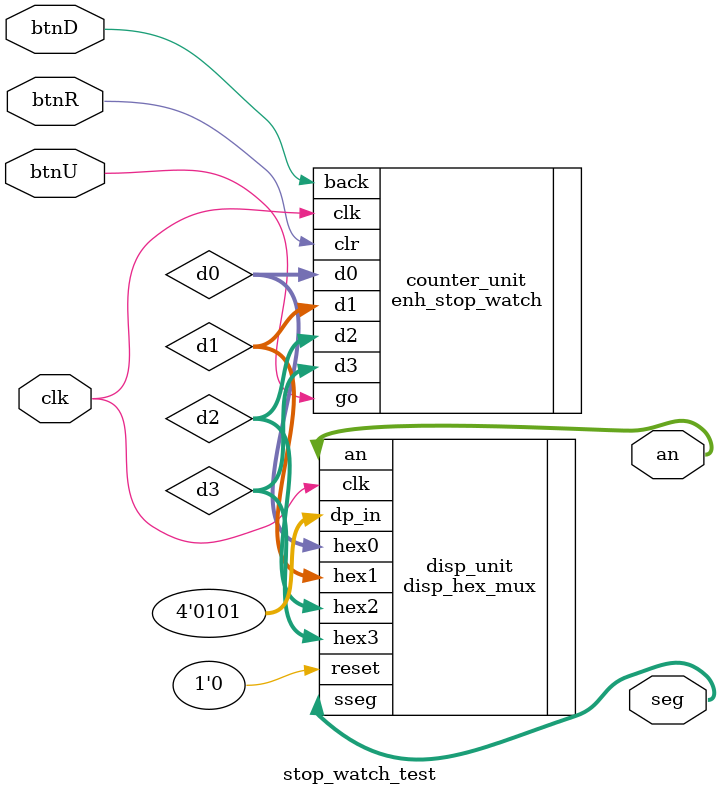
<source format=v>

module stop_watch_test
    (
    input  wire      clk,
    input  wire      btnU, btnD, btnR,
    output wire[3:0] an,
    output wire[7:0] seg
    );

    // signal declaration
    wire[3:0] d3, d2, d1, d0;

    // instantiate 7-seg LED display module
    disp_hex_mux disp_unit
        (.clk(clk), .reset(1'b0),
         .hex3(d3), .hex2(d2), .hex1(d1), .hex0(d0),
         .dp_in(4'b0101), .an(an), .sseg(seg));

    // instatiate stopwatch
    enh_stop_watch counter_unit
        (.clk(clk), .go(btnU), .back(btnD), .clr(btnR),
         .d3(d3), .d2(d2), .d1(d1), .d0(d0));

endmodule

</source>
